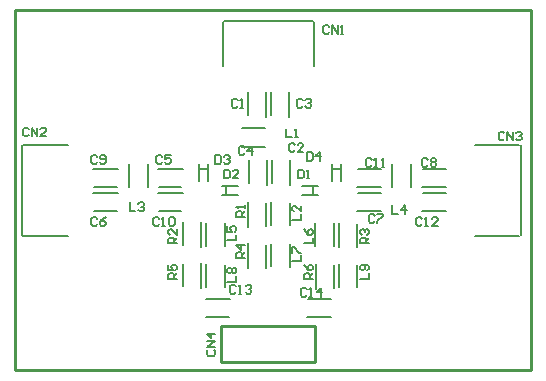
<source format=gto>
%FSLAX43Y43*%
%MOMM*%
G71*
G01*
G75*
%ADD10R,1.350X4.800*%
%ADD11R,1.270X4.200*%
%ADD12R,4.800X1.350*%
%ADD13R,4.200X1.270*%
%ADD14R,0.350X0.350*%
%ADD15R,0.350X0.350*%
%ADD16R,1.000X1.100*%
%ADD17R,1.100X1.000*%
%ADD18C,1.630*%
%ADD19C,0.254*%
%ADD20C,2.200*%
%ADD21C,1.270*%
%ADD22C,0.127*%
G54D19*
X17525Y975D02*
Y4050D01*
X25475Y975D02*
Y4050D01*
X17525D02*
X25475D01*
X17525Y975D02*
X25475D01*
X43750Y250D02*
Y30750D01*
X0Y250D02*
X43750D01*
X0Y30750D02*
X43750D01*
X0Y250D02*
Y30750D01*
G54D22*
X17700Y29850D02*
X25300D01*
X17625Y26000D02*
Y29750D01*
X25375Y26000D02*
Y29750D01*
X650Y11700D02*
Y19300D01*
X750Y11625D02*
X4500D01*
X750Y19375D02*
X4500D01*
X42850Y11700D02*
Y19300D01*
X39000Y19375D02*
X42750D01*
X39000Y11625D02*
X42750D01*
X17550Y15100D02*
X18950D01*
X17550Y15900D02*
X18950D01*
X17945Y15125D02*
Y15830D01*
X24300Y15900D02*
X25700D01*
X24300Y15100D02*
X25700D01*
X25305Y15170D02*
Y15875D01*
X15600Y16300D02*
Y17700D01*
X16400Y16300D02*
Y17700D01*
X15625Y17305D02*
X16330D01*
X26850Y16300D02*
Y17700D01*
X27650Y16300D02*
Y17700D01*
X26875Y17305D02*
X27580D01*
X19838Y16111D02*
Y18041D01*
X21362Y15984D02*
Y18067D01*
X21738Y21861D02*
Y23791D01*
X23262Y21734D02*
Y23817D01*
X21838Y16111D02*
Y18041D01*
X23362Y15984D02*
Y18067D01*
X19738Y21861D02*
Y23791D01*
X21262Y21734D02*
Y23817D01*
X12209Y15738D02*
X14139D01*
X12183Y17262D02*
X14266D01*
X6709Y13738D02*
X8639D01*
X6683Y15262D02*
X8766D01*
X29111D02*
X31041D01*
X28984Y13738D02*
X31067D01*
X34611Y17262D02*
X36541D01*
X34484Y15738D02*
X36567D01*
X6709Y15738D02*
X8639D01*
X6683Y17262D02*
X8766D01*
X12209Y13738D02*
X14139D01*
X12183Y15262D02*
X14266D01*
X29111Y17262D02*
X31041D01*
X28984Y15738D02*
X31067D01*
X34611Y15262D02*
X36541D01*
X34484Y13738D02*
X36567D01*
X16209Y4738D02*
X18139D01*
X16183Y6262D02*
X18266D01*
X24861D02*
X26791D01*
X24734Y4738D02*
X26817D01*
X15762Y7234D02*
Y9317D01*
X14238Y7361D02*
Y9291D01*
X25488Y7183D02*
Y9266D01*
X27012Y7209D02*
Y9139D01*
X19738Y8933D02*
Y11016D01*
X21262Y8959D02*
Y10889D01*
Y12459D02*
Y14389D01*
X19738Y12433D02*
Y14516D01*
X14238Y10861D02*
Y12791D01*
X15762Y10734D02*
Y12817D01*
X29012Y10709D02*
Y12639D01*
X27488Y10683D02*
Y12766D01*
X31937Y15810D02*
Y17741D01*
X33537Y15785D02*
Y17715D01*
X11287Y15785D02*
Y17715D01*
X9687Y15810D02*
Y17741D01*
X21687Y12560D02*
Y14491D01*
X23287Y12535D02*
Y14465D01*
X19285Y20787D02*
X21215D01*
X19259Y19187D02*
X21190D01*
X16187Y10810D02*
Y12741D01*
X17787Y10785D02*
Y12715D01*
X27037Y10785D02*
Y12715D01*
X25437Y10810D02*
Y12741D01*
X21687Y9060D02*
Y10991D01*
X23287Y9035D02*
Y10965D01*
X17787Y7285D02*
Y9215D01*
X16187Y7310D02*
Y9241D01*
X27437Y7310D02*
Y9241D01*
X29037Y7285D02*
Y9215D01*
X16395Y1984D02*
X16274Y1863D01*
Y1621D01*
X16395Y1500D01*
X16879D01*
X17000Y1621D01*
Y1863D01*
X16879Y1984D01*
X17000Y2226D02*
X16274D01*
X17000Y2710D01*
X16274D01*
X17000Y3314D02*
X16274D01*
X16637Y2952D01*
Y3435D01*
X13750Y8000D02*
X13024D01*
Y8363D01*
X13145Y8484D01*
X13387D01*
X13508Y8363D01*
Y8000D01*
Y8242D02*
X13750Y8484D01*
X13024Y9210D02*
Y8726D01*
X13387D01*
X13266Y8968D01*
Y9089D01*
X13387Y9210D01*
X13629D01*
X13750Y9089D01*
Y8847D01*
X13629Y8726D01*
X25250Y8000D02*
X24524D01*
Y8363D01*
X24645Y8484D01*
X24887D01*
X25008Y8363D01*
Y8000D01*
Y8242D02*
X25250Y8484D01*
X24524Y9210D02*
X24645Y8968D01*
X24887Y8726D01*
X25129D01*
X25250Y8847D01*
Y9089D01*
X25129Y9210D01*
X25008D01*
X24887Y9089D01*
Y8726D01*
X19500Y9750D02*
X18774D01*
Y10113D01*
X18895Y10234D01*
X19137D01*
X19258Y10113D01*
Y9750D01*
Y9992D02*
X19500Y10234D01*
Y10839D02*
X18774D01*
X19137Y10476D01*
Y10960D01*
X29274Y8000D02*
X30000D01*
Y8484D01*
X29879Y8726D02*
X30000Y8847D01*
Y9089D01*
X29879Y9210D01*
X29395D01*
X29274Y9089D01*
Y8847D01*
X29395Y8726D01*
X29516D01*
X29637Y8847D01*
Y9210D01*
X18024Y7750D02*
X18750D01*
Y8234D01*
X18145Y8476D02*
X18024Y8597D01*
Y8839D01*
X18145Y8960D01*
X18266D01*
X18387Y8839D01*
X18508Y8960D01*
X18629D01*
X18750Y8839D01*
Y8597D01*
X18629Y8476D01*
X18508D01*
X18387Y8597D01*
X18266Y8476D01*
X18145D01*
X18387Y8597D02*
Y8839D01*
X23524Y9500D02*
X24250D01*
Y9984D01*
X23524Y10226D02*
Y10710D01*
X23645D01*
X24129Y10226D01*
X24250D01*
X24524Y11000D02*
X25250D01*
Y11484D01*
X24524Y12210D02*
X24645Y11968D01*
X24887Y11726D01*
X25129D01*
X25250Y11847D01*
Y12089D01*
X25129Y12210D01*
X25008D01*
X24887Y12089D01*
Y11726D01*
X18024Y11250D02*
X18750D01*
Y11734D01*
X18024Y12460D02*
Y11976D01*
X18387D01*
X18266Y12218D01*
Y12339D01*
X18387Y12460D01*
X18629D01*
X18750Y12339D01*
Y12097D01*
X18629Y11976D01*
X23000Y20726D02*
Y20000D01*
X23484D01*
X23726D02*
X23968D01*
X23847D01*
Y20726D01*
X23726Y20605D01*
X26634Y29355D02*
X26513Y29476D01*
X26271D01*
X26150Y29355D01*
Y28871D01*
X26271Y28750D01*
X26513D01*
X26634Y28871D01*
X26876Y28750D02*
Y29476D01*
X27360Y28750D01*
Y29476D01*
X27602Y28750D02*
X27843D01*
X27722D01*
Y29476D01*
X27602Y29355D01*
X23524Y13000D02*
X24250D01*
Y13484D01*
Y14210D02*
Y13726D01*
X23766Y14210D01*
X23645D01*
X23524Y14089D01*
Y13847D01*
X23645Y13726D01*
X19484Y19105D02*
X19363Y19226D01*
X19121D01*
X19000Y19105D01*
Y18621D01*
X19121Y18500D01*
X19363D01*
X19484Y18621D01*
X20089Y18500D02*
Y19226D01*
X19726Y18863D01*
X20210D01*
X24384Y23105D02*
X24263Y23226D01*
X24021D01*
X23900Y23105D01*
Y22621D01*
X24021Y22500D01*
X24263D01*
X24384Y22621D01*
X24626Y23105D02*
X24747Y23226D01*
X24989D01*
X25110Y23105D01*
Y22984D01*
X24989Y22863D01*
X24868D01*
X24989D01*
X25110Y22742D01*
Y22621D01*
X24989Y22500D01*
X24747D01*
X24626Y22621D01*
X23734Y19355D02*
X23613Y19476D01*
X23371D01*
X23250Y19355D01*
Y18871D01*
X23371Y18750D01*
X23613D01*
X23734Y18871D01*
X24460Y18750D02*
X23976D01*
X24460Y19234D01*
Y19355D01*
X24339Y19476D01*
X24097D01*
X23976Y19355D01*
X18884Y23105D02*
X18763Y23226D01*
X18521D01*
X18400Y23105D01*
Y22621D01*
X18521Y22500D01*
X18763D01*
X18884Y22621D01*
X19126Y22500D02*
X19368D01*
X19247D01*
Y23226D01*
X19126Y23105D01*
X17750Y17226D02*
Y16500D01*
X18113D01*
X18234Y16621D01*
Y17105D01*
X18113Y17226D01*
X17750D01*
X18960Y16500D02*
X18476D01*
X18960Y16984D01*
Y17105D01*
X18839Y17226D01*
X18597D01*
X18476Y17105D01*
X19500Y13250D02*
X18774D01*
Y13613D01*
X18895Y13734D01*
X19137D01*
X19258Y13613D01*
Y13250D01*
Y13492D02*
X19500Y13734D01*
Y13976D02*
Y14218D01*
Y14097D01*
X18774D01*
X18895Y13976D01*
X12484Y18355D02*
X12363Y18476D01*
X12121D01*
X12000Y18355D01*
Y17871D01*
X12121Y17750D01*
X12363D01*
X12484Y17871D01*
X13210Y18476D02*
X12726D01*
Y18113D01*
X12968Y18234D01*
X13089D01*
X13210Y18113D01*
Y17871D01*
X13089Y17750D01*
X12847D01*
X12726Y17871D01*
X6984Y13105D02*
X6863Y13226D01*
X6621D01*
X6500Y13105D01*
Y12621D01*
X6621Y12500D01*
X6863D01*
X6984Y12621D01*
X7710Y13226D02*
X7468Y13105D01*
X7226Y12863D01*
Y12621D01*
X7347Y12500D01*
X7589D01*
X7710Y12621D01*
Y12742D01*
X7589Y12863D01*
X7226D01*
X30484Y13355D02*
X30363Y13476D01*
X30121D01*
X30000Y13355D01*
Y12871D01*
X30121Y12750D01*
X30363D01*
X30484Y12871D01*
X30726Y13476D02*
X31210D01*
Y13355D01*
X30726Y12871D01*
Y12750D01*
X34984Y18105D02*
X34863Y18226D01*
X34621D01*
X34500Y18105D01*
Y17621D01*
X34621Y17500D01*
X34863D01*
X34984Y17621D01*
X35226Y18105D02*
X35347Y18226D01*
X35589D01*
X35710Y18105D01*
Y17984D01*
X35589Y17863D01*
X35710Y17742D01*
Y17621D01*
X35589Y17500D01*
X35347D01*
X35226Y17621D01*
Y17742D01*
X35347Y17863D01*
X35226Y17984D01*
Y18105D01*
X35347Y17863D02*
X35589D01*
X6984Y18355D02*
X6863Y18476D01*
X6621D01*
X6500Y18355D01*
Y17871D01*
X6621Y17750D01*
X6863D01*
X6984Y17871D01*
X7226D02*
X7347Y17750D01*
X7589D01*
X7710Y17871D01*
Y18355D01*
X7589Y18476D01*
X7347D01*
X7226Y18355D01*
Y18234D01*
X7347Y18113D01*
X7710D01*
X12234Y13105D02*
X12113Y13226D01*
X11871D01*
X11750Y13105D01*
Y12621D01*
X11871Y12500D01*
X12113D01*
X12234Y12621D01*
X12476Y12500D02*
X12718D01*
X12597D01*
Y13226D01*
X12476Y13105D01*
X13081D02*
X13202Y13226D01*
X13443D01*
X13564Y13105D01*
Y12621D01*
X13443Y12500D01*
X13202D01*
X13081Y12621D01*
Y13105D01*
X30234Y18105D02*
X30113Y18226D01*
X29871D01*
X29750Y18105D01*
Y17621D01*
X29871Y17500D01*
X30113D01*
X30234Y17621D01*
X30476Y17500D02*
X30718D01*
X30597D01*
Y18226D01*
X30476Y18105D01*
X31081Y17500D02*
X31322D01*
X31202D01*
Y18226D01*
X31081Y18105D01*
X34484Y13105D02*
X34363Y13226D01*
X34121D01*
X34000Y13105D01*
Y12621D01*
X34121Y12500D01*
X34363D01*
X34484Y12621D01*
X34726Y12500D02*
X34968D01*
X34847D01*
Y13226D01*
X34726Y13105D01*
X35814Y12500D02*
X35331D01*
X35814Y12984D01*
Y13105D01*
X35693Y13226D01*
X35452D01*
X35331Y13105D01*
X18734Y7355D02*
X18613Y7476D01*
X18371D01*
X18250Y7355D01*
Y6871D01*
X18371Y6750D01*
X18613D01*
X18734Y6871D01*
X18976Y6750D02*
X19218D01*
X19097D01*
Y7476D01*
X18976Y7355D01*
X19581D02*
X19702Y7476D01*
X19943D01*
X20064Y7355D01*
Y7234D01*
X19943Y7113D01*
X19822D01*
X19943D01*
X20064Y6992D01*
Y6871D01*
X19943Y6750D01*
X19702D01*
X19581Y6871D01*
X24734Y7105D02*
X24613Y7226D01*
X24371D01*
X24250Y7105D01*
Y6621D01*
X24371Y6500D01*
X24613D01*
X24734Y6621D01*
X24976Y6500D02*
X25218D01*
X25097D01*
Y7226D01*
X24976Y7105D01*
X25943Y6500D02*
Y7226D01*
X25581Y6863D01*
X26064D01*
X1210Y20682D02*
X1089Y20803D01*
X847D01*
X726Y20682D01*
Y20199D01*
X847Y20078D01*
X1089D01*
X1210Y20199D01*
X1452Y20078D02*
Y20803D01*
X1936Y20078D01*
Y20803D01*
X2661Y20078D02*
X2178D01*
X2661Y20561D01*
Y20682D01*
X2540Y20803D01*
X2298D01*
X2178Y20682D01*
X41484Y20355D02*
X41363Y20476D01*
X41121D01*
X41000Y20355D01*
Y19871D01*
X41121Y19750D01*
X41363D01*
X41484Y19871D01*
X41726Y19750D02*
Y20476D01*
X42210Y19750D01*
Y20476D01*
X42452Y20355D02*
X42572Y20476D01*
X42814D01*
X42935Y20355D01*
Y20234D01*
X42814Y20113D01*
X42693D01*
X42814D01*
X42935Y19992D01*
Y19871D01*
X42814Y19750D01*
X42572D01*
X42452Y19871D01*
X24000Y17226D02*
Y16500D01*
X24363D01*
X24484Y16621D01*
Y17105D01*
X24363Y17226D01*
X24000D01*
X24726Y16500D02*
X24968D01*
X24847D01*
Y17226D01*
X24726Y17105D01*
X17000Y18476D02*
Y17750D01*
X17363D01*
X17484Y17871D01*
Y18355D01*
X17363Y18476D01*
X17000D01*
X17726Y18355D02*
X17847Y18476D01*
X18089D01*
X18210Y18355D01*
Y18234D01*
X18089Y18113D01*
X17968D01*
X18089D01*
X18210Y17992D01*
Y17871D01*
X18089Y17750D01*
X17847D01*
X17726Y17871D01*
X24750Y18726D02*
Y18000D01*
X25113D01*
X25234Y18121D01*
Y18605D01*
X25113Y18726D01*
X24750D01*
X25839Y18000D02*
Y18726D01*
X25476Y18363D01*
X25960D01*
X9750Y14476D02*
Y13750D01*
X10234D01*
X10476Y14355D02*
X10597Y14476D01*
X10839D01*
X10960Y14355D01*
Y14234D01*
X10839Y14113D01*
X10718D01*
X10839D01*
X10960Y13992D01*
Y13871D01*
X10839Y13750D01*
X10597D01*
X10476Y13871D01*
X32000Y14226D02*
Y13500D01*
X32484D01*
X33089D02*
Y14226D01*
X32726Y13863D01*
X33210D01*
X13750Y11000D02*
X13024D01*
Y11363D01*
X13145Y11484D01*
X13387D01*
X13508Y11363D01*
Y11000D01*
Y11242D02*
X13750Y11484D01*
Y12210D02*
Y11726D01*
X13266Y12210D01*
X13145D01*
X13024Y12089D01*
Y11847D01*
X13145Y11726D01*
X30000Y11000D02*
X29274D01*
Y11363D01*
X29395Y11484D01*
X29637D01*
X29758Y11363D01*
Y11000D01*
Y11242D02*
X30000Y11484D01*
X29395Y11726D02*
X29274Y11847D01*
Y12089D01*
X29395Y12210D01*
X29516D01*
X29637Y12089D01*
Y11968D01*
Y12089D01*
X29758Y12210D01*
X29879D01*
X30000Y12089D01*
Y11847D01*
X29879Y11726D01*
M02*

</source>
